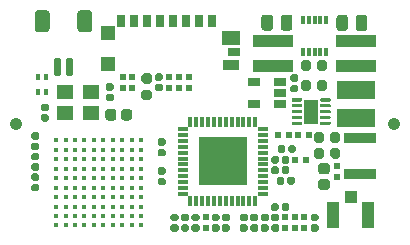
<source format=gbr>
%TF.GenerationSoftware,KiCad,Pcbnew,(5.1.6)-1*%
%TF.CreationDate,2020-08-10T23:20:37-07:00*%
%TF.ProjectId,Wire-Free-DAQ,57697265-2d46-4726-9565-2d4441512e6b,rev?*%
%TF.SameCoordinates,Original*%
%TF.FileFunction,Soldermask,Top*%
%TF.FilePolarity,Negative*%
%FSLAX46Y46*%
G04 Gerber Fmt 4.6, Leading zero omitted, Abs format (unit mm)*
G04 Created by KiCad (PCBNEW (5.1.6)-1) date 2020-08-10 23:20:37*
%MOMM*%
%LPD*%
G01*
G04 APERTURE LIST*
%ADD10C,1.050800*%
%ADD11R,4.150800X4.150800*%
%ADD12R,0.830800X0.310800*%
%ADD13R,0.310800X0.830800*%
%ADD14R,1.110800X0.700800*%
%ADD15C,0.420800*%
%ADD16R,0.310800X0.710800*%
%ADD17R,0.450800X0.550800*%
%ADD18R,1.100800X2.250800*%
%ADD19R,1.050800X1.100800*%
%ADD20R,1.450800X1.250800*%
%ADD21R,1.250800X2.050800*%
%ADD22R,0.610800X0.540800*%
%ADD23R,0.540800X0.610800*%
%ADD24R,3.450800X1.050800*%
%ADD25R,2.670800X0.920800*%
%ADD26R,3.180800X1.520800*%
%ADD27R,1.450800X0.950800*%
%ADD28R,1.050800X0.750800*%
%ADD29R,1.500800X1.250800*%
%ADD30R,0.750800X1.050800*%
%ADD31R,1.200800X1.250800*%
G04 APERTURE END LIST*
D10*
%TO.C,H2*%
X119000000Y-54000000D03*
%TD*%
%TO.C,H1*%
X151000000Y-54000000D03*
%TD*%
D11*
%TO.C,U1*%
X136506600Y-57209700D03*
D12*
X139891600Y-54459700D03*
X139891600Y-54959700D03*
X139891600Y-55459700D03*
X139891600Y-55959700D03*
X139891600Y-56459700D03*
X139891600Y-56959700D03*
X139891600Y-57459700D03*
X139891600Y-57959700D03*
X139891600Y-58459700D03*
X139891600Y-58959700D03*
X139891600Y-59459700D03*
X139891600Y-59959700D03*
D13*
X139256600Y-60594700D03*
X138756600Y-60594700D03*
X138256600Y-60594700D03*
X137756600Y-60594700D03*
X137256600Y-60594700D03*
X136756600Y-60594700D03*
X136256600Y-60594700D03*
X135756600Y-60594700D03*
X135256600Y-60594700D03*
X134756600Y-60594700D03*
X134256600Y-60594700D03*
X133756600Y-60594700D03*
D12*
X133121600Y-59959700D03*
X133121600Y-59459700D03*
X133121600Y-58959700D03*
X133121600Y-58459700D03*
X133121600Y-57959700D03*
X133121600Y-57459700D03*
X133121600Y-56959700D03*
X133121600Y-56459700D03*
X133121600Y-55959700D03*
X133121600Y-55459700D03*
X133121600Y-54959700D03*
X133121600Y-54459700D03*
D13*
X133756600Y-53824700D03*
X134256600Y-53824700D03*
X134756600Y-53824700D03*
X135256600Y-53824700D03*
X135756600Y-53824700D03*
X136256600Y-53824700D03*
X136756600Y-53824700D03*
X137256600Y-53824700D03*
X137756600Y-53824700D03*
X138256600Y-53824700D03*
X138756600Y-53824700D03*
X139256600Y-53824700D03*
%TD*%
%TO.C,J1*%
G36*
G01*
X121848000Y-44670782D02*
X121848000Y-46000418D01*
G75*
G02*
X121587418Y-46261000I-260582J0D01*
G01*
X120857782Y-46261000D01*
G75*
G02*
X120597200Y-46000418I0J260582D01*
G01*
X120597200Y-44670782D01*
G75*
G02*
X120857782Y-44410200I260582J0D01*
G01*
X121587418Y-44410200D01*
G75*
G02*
X121848000Y-44670782I0J-260582D01*
G01*
G37*
G36*
G01*
X125448000Y-44670782D02*
X125448000Y-46000418D01*
G75*
G02*
X125187418Y-46261000I-260582J0D01*
G01*
X124457782Y-46261000D01*
G75*
G02*
X124197200Y-46000418I0J260582D01*
G01*
X124197200Y-44670782D01*
G75*
G02*
X124457782Y-44410200I260582J0D01*
G01*
X125187418Y-44410200D01*
G75*
G02*
X125448000Y-44670782I0J-260582D01*
G01*
G37*
G36*
G01*
X122848000Y-48572900D02*
X122848000Y-49848300D01*
G75*
G02*
X122685300Y-50011000I-162700J0D01*
G01*
X122359900Y-50011000D01*
G75*
G02*
X122197200Y-49848300I0J162700D01*
G01*
X122197200Y-48572900D01*
G75*
G02*
X122359900Y-48410200I162700J0D01*
G01*
X122685300Y-48410200D01*
G75*
G02*
X122848000Y-48572900I0J-162700D01*
G01*
G37*
G36*
G01*
X123848000Y-48572900D02*
X123848000Y-49848300D01*
G75*
G02*
X123685300Y-50011000I-162700J0D01*
G01*
X123359900Y-50011000D01*
G75*
G02*
X123197200Y-49848300I0J162700D01*
G01*
X123197200Y-48572900D01*
G75*
G02*
X123359900Y-48410200I162700J0D01*
G01*
X123685300Y-48410200D01*
G75*
G02*
X123848000Y-48572900I0J-162700D01*
G01*
G37*
%TD*%
%TO.C,C62*%
G36*
G01*
X129813200Y-51117800D02*
X130303600Y-51117800D01*
G75*
G02*
X130518800Y-51333000I0J-215200D01*
G01*
X130518800Y-51763400D01*
G75*
G02*
X130303600Y-51978600I-215200J0D01*
G01*
X129813200Y-51978600D01*
G75*
G02*
X129598000Y-51763400I0J215200D01*
G01*
X129598000Y-51333000D01*
G75*
G02*
X129813200Y-51117800I215200J0D01*
G01*
G37*
G36*
G01*
X129813200Y-49757800D02*
X130303600Y-49757800D01*
G75*
G02*
X130518800Y-49973000I0J-215200D01*
G01*
X130518800Y-50403400D01*
G75*
G02*
X130303600Y-50618600I-215200J0D01*
G01*
X129813200Y-50618600D01*
G75*
G02*
X129598000Y-50403400I0J215200D01*
G01*
X129598000Y-49973000D01*
G75*
G02*
X129813200Y-49757800I215200J0D01*
G01*
G37*
%TD*%
D14*
%TO.C,U5*%
X139118400Y-52377000D03*
X139118400Y-50477000D03*
X141318400Y-50477000D03*
X141318400Y-51427000D03*
X141318400Y-52377000D03*
%TD*%
D15*
%TO.C,U4*%
X129594400Y-62621600D03*
X128794400Y-62621600D03*
X127994400Y-62621600D03*
X127194400Y-62621600D03*
X126394400Y-62621600D03*
X125594400Y-62621600D03*
X124794400Y-62621600D03*
X123994400Y-62621600D03*
X123194400Y-62621600D03*
X122394400Y-62621600D03*
X129594400Y-61821600D03*
X128794400Y-61821600D03*
X127994400Y-61821600D03*
X127194400Y-61821600D03*
X126394400Y-61821600D03*
X125594400Y-61821600D03*
X124794400Y-61821600D03*
X123994400Y-61821600D03*
X123194400Y-61821600D03*
X122394400Y-61821600D03*
X129594400Y-61021600D03*
X128794400Y-61021600D03*
X127994400Y-61021600D03*
X127194400Y-61021600D03*
X126394400Y-61021600D03*
X125594400Y-61021600D03*
X124794400Y-61021600D03*
X123994400Y-61021600D03*
X123194400Y-61021600D03*
X122394400Y-61021600D03*
X129594400Y-60221600D03*
X128794400Y-60221600D03*
X127994400Y-60221600D03*
X127194400Y-60221600D03*
X126394400Y-60221600D03*
X125594400Y-60221600D03*
X124794400Y-60221600D03*
X123994400Y-60221600D03*
X123194400Y-60221600D03*
X122394400Y-60221600D03*
X129594400Y-59421600D03*
X128794400Y-59421600D03*
X127994400Y-59421600D03*
X127194400Y-59421600D03*
X126394400Y-59421600D03*
X125594400Y-59421600D03*
X124794400Y-59421600D03*
X123994400Y-59421600D03*
X123194400Y-59421600D03*
X122394400Y-59421600D03*
X129594400Y-58621600D03*
X128794400Y-58621600D03*
X127994400Y-58621600D03*
X127194400Y-58621600D03*
X126394400Y-58621600D03*
X125594400Y-58621600D03*
X124794400Y-58621600D03*
X123994400Y-58621600D03*
X123194400Y-58621600D03*
X122394400Y-58621600D03*
X129594400Y-57821600D03*
X128794400Y-57821600D03*
X127994400Y-57821600D03*
X127194400Y-57821600D03*
X126394400Y-57821600D03*
X125594400Y-57821600D03*
X124794400Y-57821600D03*
X123994400Y-57821600D03*
X123194400Y-57821600D03*
X122394400Y-57821600D03*
X129594400Y-57021600D03*
X128794400Y-57021600D03*
X127994400Y-57021600D03*
X127194400Y-57021600D03*
X126394400Y-57021600D03*
X125594400Y-57021600D03*
X124794400Y-57021600D03*
X123994400Y-57021600D03*
X123194400Y-57021600D03*
X122394400Y-57021600D03*
X129594400Y-56221600D03*
X128794400Y-56221600D03*
X127994400Y-56221600D03*
X127194400Y-56221600D03*
X126394400Y-56221600D03*
X125594400Y-56221600D03*
X124794400Y-56221600D03*
X123994400Y-56221600D03*
X123194400Y-56221600D03*
X122394400Y-56221600D03*
X129594400Y-55421600D03*
X128794400Y-55421600D03*
X127994400Y-55421600D03*
X127194400Y-55421600D03*
X126394400Y-55421600D03*
X125594400Y-55421600D03*
X124794400Y-55421600D03*
X123994400Y-55421600D03*
X123194400Y-55421600D03*
X122394400Y-55421600D03*
%TD*%
D16*
%TO.C,U2*%
X145278500Y-47930000D03*
X144778500Y-47930000D03*
X144278500Y-47930000D03*
X143778500Y-47930000D03*
X143278500Y-47930000D03*
X143278500Y-45260000D03*
X143778500Y-45260000D03*
X144278500Y-45260000D03*
X144778500Y-45260000D03*
X145278500Y-45260000D03*
%TD*%
D17*
%TO.C,D1*%
X120843800Y-50015000D03*
X121543800Y-50015000D03*
X121543800Y-51315000D03*
X120843800Y-51315000D03*
%TD*%
D18*
%TO.C,J3*%
X148813000Y-61757200D03*
D19*
X147338000Y-60232200D03*
D18*
X145863000Y-61757200D03*
%TD*%
D20*
%TO.C,Y1*%
X123116400Y-51364400D03*
X125316400Y-51364400D03*
X125316400Y-53064400D03*
X123116400Y-53064400D03*
%TD*%
D21*
%TO.C,U3*%
X143983000Y-52984400D03*
G36*
G01*
X143208400Y-53909200D02*
X143208400Y-54059600D01*
G75*
G02*
X143133200Y-54134800I-75200J0D01*
G01*
X142407800Y-54134800D01*
G75*
G02*
X142332600Y-54059600I0J75200D01*
G01*
X142332600Y-53909200D01*
G75*
G02*
X142407800Y-53834000I75200J0D01*
G01*
X143133200Y-53834000D01*
G75*
G02*
X143208400Y-53909200I0J-75200D01*
G01*
G37*
G36*
G01*
X143208400Y-53409200D02*
X143208400Y-53559600D01*
G75*
G02*
X143133200Y-53634800I-75200J0D01*
G01*
X142407800Y-53634800D01*
G75*
G02*
X142332600Y-53559600I0J75200D01*
G01*
X142332600Y-53409200D01*
G75*
G02*
X142407800Y-53334000I75200J0D01*
G01*
X143133200Y-53334000D01*
G75*
G02*
X143208400Y-53409200I0J-75200D01*
G01*
G37*
G36*
G01*
X143208400Y-52909200D02*
X143208400Y-53059600D01*
G75*
G02*
X143133200Y-53134800I-75200J0D01*
G01*
X142407800Y-53134800D01*
G75*
G02*
X142332600Y-53059600I0J75200D01*
G01*
X142332600Y-52909200D01*
G75*
G02*
X142407800Y-52834000I75200J0D01*
G01*
X143133200Y-52834000D01*
G75*
G02*
X143208400Y-52909200I0J-75200D01*
G01*
G37*
G36*
G01*
X143208400Y-52409200D02*
X143208400Y-52559600D01*
G75*
G02*
X143133200Y-52634800I-75200J0D01*
G01*
X142407800Y-52634800D01*
G75*
G02*
X142332600Y-52559600I0J75200D01*
G01*
X142332600Y-52409200D01*
G75*
G02*
X142407800Y-52334000I75200J0D01*
G01*
X143133200Y-52334000D01*
G75*
G02*
X143208400Y-52409200I0J-75200D01*
G01*
G37*
G36*
G01*
X143208400Y-51909200D02*
X143208400Y-52059600D01*
G75*
G02*
X143133200Y-52134800I-75200J0D01*
G01*
X142407800Y-52134800D01*
G75*
G02*
X142332600Y-52059600I0J75200D01*
G01*
X142332600Y-51909200D01*
G75*
G02*
X142407800Y-51834000I75200J0D01*
G01*
X143133200Y-51834000D01*
G75*
G02*
X143208400Y-51909200I0J-75200D01*
G01*
G37*
G36*
G01*
X145633400Y-51909200D02*
X145633400Y-52059600D01*
G75*
G02*
X145558200Y-52134800I-75200J0D01*
G01*
X144832800Y-52134800D01*
G75*
G02*
X144757600Y-52059600I0J75200D01*
G01*
X144757600Y-51909200D01*
G75*
G02*
X144832800Y-51834000I75200J0D01*
G01*
X145558200Y-51834000D01*
G75*
G02*
X145633400Y-51909200I0J-75200D01*
G01*
G37*
G36*
G01*
X145633400Y-52409200D02*
X145633400Y-52559600D01*
G75*
G02*
X145558200Y-52634800I-75200J0D01*
G01*
X144832800Y-52634800D01*
G75*
G02*
X144757600Y-52559600I0J75200D01*
G01*
X144757600Y-52409200D01*
G75*
G02*
X144832800Y-52334000I75200J0D01*
G01*
X145558200Y-52334000D01*
G75*
G02*
X145633400Y-52409200I0J-75200D01*
G01*
G37*
G36*
G01*
X145633400Y-52909200D02*
X145633400Y-53059600D01*
G75*
G02*
X145558200Y-53134800I-75200J0D01*
G01*
X144832800Y-53134800D01*
G75*
G02*
X144757600Y-53059600I0J75200D01*
G01*
X144757600Y-52909200D01*
G75*
G02*
X144832800Y-52834000I75200J0D01*
G01*
X145558200Y-52834000D01*
G75*
G02*
X145633400Y-52909200I0J-75200D01*
G01*
G37*
G36*
G01*
X145633400Y-53409200D02*
X145633400Y-53559600D01*
G75*
G02*
X145558200Y-53634800I-75200J0D01*
G01*
X144832800Y-53634800D01*
G75*
G02*
X144757600Y-53559600I0J75200D01*
G01*
X144757600Y-53409200D01*
G75*
G02*
X144832800Y-53334000I75200J0D01*
G01*
X145558200Y-53334000D01*
G75*
G02*
X145633400Y-53409200I0J-75200D01*
G01*
G37*
G36*
G01*
X145633400Y-53909200D02*
X145633400Y-54059600D01*
G75*
G02*
X145558200Y-54134800I-75200J0D01*
G01*
X144832800Y-54134800D01*
G75*
G02*
X144757600Y-54059600I0J75200D01*
G01*
X144757600Y-53909200D01*
G75*
G02*
X144832800Y-53834000I75200J0D01*
G01*
X145558200Y-53834000D01*
G75*
G02*
X145633400Y-53909200I0J-75200D01*
G01*
G37*
%TD*%
D22*
%TO.C,R26*%
X128851900Y-50070300D03*
X128851900Y-50980300D03*
%TD*%
%TO.C,R25*%
X128039100Y-50070300D03*
X128039100Y-50980300D03*
%TD*%
%TO.C,R24*%
X133614400Y-50057600D03*
X133614400Y-50967600D03*
%TD*%
%TO.C,R23*%
X132776200Y-50057600D03*
X132776200Y-50967600D03*
%TD*%
%TO.C,R22*%
X131938000Y-50057600D03*
X131938000Y-50967600D03*
%TD*%
D23*
%TO.C,R17*%
X142121200Y-55008400D03*
X141211200Y-55008400D03*
%TD*%
%TO.C,R16*%
X143772200Y-55008400D03*
X142862200Y-55008400D03*
%TD*%
D22*
%TO.C,R15*%
X146220400Y-58486000D03*
X146220400Y-57576000D03*
%TD*%
%TO.C,R12*%
X141793200Y-62854800D03*
X141793200Y-61944800D03*
%TD*%
%TO.C,R9*%
X143418800Y-62854800D03*
X143418800Y-61944800D03*
%TD*%
%TO.C,R8*%
X142606000Y-61944800D03*
X142606000Y-62854800D03*
%TD*%
D23*
%TO.C,R5*%
X142633600Y-57065800D03*
X143543600Y-57065800D03*
%TD*%
D22*
%TO.C,R4*%
X135062200Y-61942600D03*
X135062200Y-62852600D03*
%TD*%
%TO.C,L10*%
G36*
G01*
X127501600Y-53005600D02*
X127501600Y-53506000D01*
G75*
G02*
X127266400Y-53741200I-235200J0D01*
G01*
X126796000Y-53741200D01*
G75*
G02*
X126560800Y-53506000I0J235200D01*
G01*
X126560800Y-53005600D01*
G75*
G02*
X126796000Y-52770400I235200J0D01*
G01*
X127266400Y-52770400D01*
G75*
G02*
X127501600Y-53005600I0J-235200D01*
G01*
G37*
G36*
G01*
X128831600Y-53005600D02*
X128831600Y-53506000D01*
G75*
G02*
X128596400Y-53741200I-235200J0D01*
G01*
X128126000Y-53741200D01*
G75*
G02*
X127890800Y-53506000I0J235200D01*
G01*
X127890800Y-53005600D01*
G75*
G02*
X128126000Y-52770400I235200J0D01*
G01*
X128596400Y-52770400D01*
G75*
G02*
X128831600Y-53005600I0J-235200D01*
G01*
G37*
%TD*%
D24*
%TO.C,L8*%
X147820600Y-47024200D03*
X147820600Y-49124200D03*
%TD*%
%TO.C,L7*%
X140759400Y-46998800D03*
X140759400Y-49098800D03*
%TD*%
D25*
%TO.C,L6*%
X148148400Y-55251600D03*
X148148400Y-58301600D03*
%TD*%
D26*
%TO.C,L5*%
X147820600Y-53546800D03*
X147820600Y-51186800D03*
%TD*%
%TO.C,L4*%
G36*
G01*
X145327600Y-58293600D02*
X144827200Y-58293600D01*
G75*
G02*
X144592000Y-58058400I0J235200D01*
G01*
X144592000Y-57588000D01*
G75*
G02*
X144827200Y-57352800I235200J0D01*
G01*
X145327600Y-57352800D01*
G75*
G02*
X145562800Y-57588000I0J-235200D01*
G01*
X145562800Y-58058400D01*
G75*
G02*
X145327600Y-58293600I-235200J0D01*
G01*
G37*
G36*
G01*
X145327600Y-59623600D02*
X144827200Y-59623600D01*
G75*
G02*
X144592000Y-59388400I0J235200D01*
G01*
X144592000Y-58918000D01*
G75*
G02*
X144827200Y-58682800I235200J0D01*
G01*
X145327600Y-58682800D01*
G75*
G02*
X145562800Y-58918000I0J-235200D01*
G01*
X145562800Y-59388400D01*
G75*
G02*
X145327600Y-59623600I-235200J0D01*
G01*
G37*
%TD*%
D27*
%TO.C,J8*%
X137242400Y-49070200D03*
D28*
X137442400Y-47920200D03*
D29*
X137217400Y-46770200D03*
D30*
X135592400Y-45280200D03*
X134492400Y-45280200D03*
X128992400Y-45280200D03*
X130092400Y-45280200D03*
X133392400Y-45280200D03*
X132292400Y-45280200D03*
X131192400Y-45280200D03*
X127892400Y-45280200D03*
D31*
X126817400Y-46330200D03*
X126817400Y-48920200D03*
%TD*%
%TO.C,C54*%
G36*
G01*
X120817700Y-55373600D02*
X120452300Y-55373600D01*
G75*
G02*
X120294600Y-55215900I0J157700D01*
G01*
X120294600Y-54900500D01*
G75*
G02*
X120452300Y-54742800I157700J0D01*
G01*
X120817700Y-54742800D01*
G75*
G02*
X120975400Y-54900500I0J-157700D01*
G01*
X120975400Y-55215900D01*
G75*
G02*
X120817700Y-55373600I-157700J0D01*
G01*
G37*
G36*
G01*
X120817700Y-56263600D02*
X120452300Y-56263600D01*
G75*
G02*
X120294600Y-56105900I0J157700D01*
G01*
X120294600Y-55790500D01*
G75*
G02*
X120452300Y-55632800I157700J0D01*
G01*
X120817700Y-55632800D01*
G75*
G02*
X120975400Y-55790500I0J-157700D01*
G01*
X120975400Y-56105900D01*
G75*
G02*
X120817700Y-56263600I-157700J0D01*
G01*
G37*
%TD*%
%TO.C,C53*%
G36*
G01*
X130917100Y-50642200D02*
X131282500Y-50642200D01*
G75*
G02*
X131440200Y-50799900I0J-157700D01*
G01*
X131440200Y-51115300D01*
G75*
G02*
X131282500Y-51273000I-157700J0D01*
G01*
X130917100Y-51273000D01*
G75*
G02*
X130759400Y-51115300I0J157700D01*
G01*
X130759400Y-50799900D01*
G75*
G02*
X130917100Y-50642200I157700J0D01*
G01*
G37*
G36*
G01*
X130917100Y-49752200D02*
X131282500Y-49752200D01*
G75*
G02*
X131440200Y-49909900I0J-157700D01*
G01*
X131440200Y-50225300D01*
G75*
G02*
X131282500Y-50383000I-157700J0D01*
G01*
X130917100Y-50383000D01*
G75*
G02*
X130759400Y-50225300I0J157700D01*
G01*
X130759400Y-49909900D01*
G75*
G02*
X130917100Y-49752200I157700J0D01*
G01*
G37*
%TD*%
%TO.C,C47*%
G36*
G01*
X120452300Y-57373200D02*
X120817700Y-57373200D01*
G75*
G02*
X120975400Y-57530900I0J-157700D01*
G01*
X120975400Y-57846300D01*
G75*
G02*
X120817700Y-58004000I-157700J0D01*
G01*
X120452300Y-58004000D01*
G75*
G02*
X120294600Y-57846300I0J157700D01*
G01*
X120294600Y-57530900D01*
G75*
G02*
X120452300Y-57373200I157700J0D01*
G01*
G37*
G36*
G01*
X120452300Y-56483200D02*
X120817700Y-56483200D01*
G75*
G02*
X120975400Y-56640900I0J-157700D01*
G01*
X120975400Y-56956300D01*
G75*
G02*
X120817700Y-57114000I-157700J0D01*
G01*
X120452300Y-57114000D01*
G75*
G02*
X120294600Y-56956300I0J157700D01*
G01*
X120294600Y-56640900D01*
G75*
G02*
X120452300Y-56483200I157700J0D01*
G01*
G37*
%TD*%
%TO.C,C45*%
G36*
G01*
X120817700Y-58854400D02*
X120452300Y-58854400D01*
G75*
G02*
X120294600Y-58696700I0J157700D01*
G01*
X120294600Y-58381300D01*
G75*
G02*
X120452300Y-58223600I157700J0D01*
G01*
X120817700Y-58223600D01*
G75*
G02*
X120975400Y-58381300I0J-157700D01*
G01*
X120975400Y-58696700D01*
G75*
G02*
X120817700Y-58854400I-157700J0D01*
G01*
G37*
G36*
G01*
X120817700Y-59744400D02*
X120452300Y-59744400D01*
G75*
G02*
X120294600Y-59586700I0J157700D01*
G01*
X120294600Y-59271300D01*
G75*
G02*
X120452300Y-59113600I157700J0D01*
G01*
X120817700Y-59113600D01*
G75*
G02*
X120975400Y-59271300I0J-157700D01*
G01*
X120975400Y-59586700D01*
G75*
G02*
X120817700Y-59744400I-157700J0D01*
G01*
G37*
%TD*%
%TO.C,C44*%
G36*
G01*
X127116900Y-51221200D02*
X126751500Y-51221200D01*
G75*
G02*
X126593800Y-51063500I0J157700D01*
G01*
X126593800Y-50748100D01*
G75*
G02*
X126751500Y-50590400I157700J0D01*
G01*
X127116900Y-50590400D01*
G75*
G02*
X127274600Y-50748100I0J-157700D01*
G01*
X127274600Y-51063500D01*
G75*
G02*
X127116900Y-51221200I-157700J0D01*
G01*
G37*
G36*
G01*
X127116900Y-52111200D02*
X126751500Y-52111200D01*
G75*
G02*
X126593800Y-51953500I0J157700D01*
G01*
X126593800Y-51638100D01*
G75*
G02*
X126751500Y-51480400I157700J0D01*
G01*
X127116900Y-51480400D01*
G75*
G02*
X127274600Y-51638100I0J-157700D01*
G01*
X127274600Y-51953500D01*
G75*
G02*
X127116900Y-52111200I-157700J0D01*
G01*
G37*
%TD*%
%TO.C,C43*%
G36*
G01*
X121265100Y-53207600D02*
X121630500Y-53207600D01*
G75*
G02*
X121788200Y-53365300I0J-157700D01*
G01*
X121788200Y-53680700D01*
G75*
G02*
X121630500Y-53838400I-157700J0D01*
G01*
X121265100Y-53838400D01*
G75*
G02*
X121107400Y-53680700I0J157700D01*
G01*
X121107400Y-53365300D01*
G75*
G02*
X121265100Y-53207600I157700J0D01*
G01*
G37*
G36*
G01*
X121265100Y-52317600D02*
X121630500Y-52317600D01*
G75*
G02*
X121788200Y-52475300I0J-157700D01*
G01*
X121788200Y-52790700D01*
G75*
G02*
X121630500Y-52948400I-157700J0D01*
G01*
X121265100Y-52948400D01*
G75*
G02*
X121107400Y-52790700I0J157700D01*
G01*
X121107400Y-52475300D01*
G75*
G02*
X121265100Y-52317600I157700J0D01*
G01*
G37*
%TD*%
%TO.C,C42*%
G36*
G01*
X145105000Y-56269800D02*
X145105000Y-56760200D01*
G75*
G02*
X144889800Y-56975400I-215200J0D01*
G01*
X144459400Y-56975400D01*
G75*
G02*
X144244200Y-56760200I0J215200D01*
G01*
X144244200Y-56269800D01*
G75*
G02*
X144459400Y-56054600I215200J0D01*
G01*
X144889800Y-56054600D01*
G75*
G02*
X145105000Y-56269800I0J-215200D01*
G01*
G37*
G36*
G01*
X146465000Y-56269800D02*
X146465000Y-56760200D01*
G75*
G02*
X146249800Y-56975400I-215200J0D01*
G01*
X145819400Y-56975400D01*
G75*
G02*
X145604200Y-56760200I0J215200D01*
G01*
X145604200Y-56269800D01*
G75*
G02*
X145819400Y-56054600I215200J0D01*
G01*
X146249800Y-56054600D01*
G75*
G02*
X146465000Y-56269800I0J-215200D01*
G01*
G37*
%TD*%
%TO.C,C40*%
G36*
G01*
X145105000Y-54949000D02*
X145105000Y-55439400D01*
G75*
G02*
X144889800Y-55654600I-215200J0D01*
G01*
X144459400Y-55654600D01*
G75*
G02*
X144244200Y-55439400I0J215200D01*
G01*
X144244200Y-54949000D01*
G75*
G02*
X144459400Y-54733800I215200J0D01*
G01*
X144889800Y-54733800D01*
G75*
G02*
X145105000Y-54949000I0J-215200D01*
G01*
G37*
G36*
G01*
X146465000Y-54949000D02*
X146465000Y-55439400D01*
G75*
G02*
X146249800Y-55654600I-215200J0D01*
G01*
X145819400Y-55654600D01*
G75*
G02*
X145604200Y-55439400I0J215200D01*
G01*
X145604200Y-54949000D01*
G75*
G02*
X145819400Y-54733800I215200J0D01*
G01*
X146249800Y-54733800D01*
G75*
G02*
X146465000Y-54949000I0J-215200D01*
G01*
G37*
%TD*%
%TO.C,C39*%
G36*
G01*
X147769200Y-45923600D02*
X147769200Y-45043200D01*
G75*
G02*
X148014400Y-44798000I245200J0D01*
G01*
X148504800Y-44798000D01*
G75*
G02*
X148750000Y-45043200I0J-245200D01*
G01*
X148750000Y-45923600D01*
G75*
G02*
X148504800Y-46168800I-245200J0D01*
G01*
X148014400Y-46168800D01*
G75*
G02*
X147769200Y-45923600I0J245200D01*
G01*
G37*
G36*
G01*
X146129200Y-45923600D02*
X146129200Y-45043200D01*
G75*
G02*
X146374400Y-44798000I245200J0D01*
G01*
X146864800Y-44798000D01*
G75*
G02*
X147110000Y-45043200I0J-245200D01*
G01*
X147110000Y-45923600D01*
G75*
G02*
X146864800Y-46168800I-245200J0D01*
G01*
X146374400Y-46168800D01*
G75*
G02*
X146129200Y-45923600I0J245200D01*
G01*
G37*
%TD*%
%TO.C,C38*%
G36*
G01*
X140760000Y-45017800D02*
X140760000Y-45898200D01*
G75*
G02*
X140514800Y-46143400I-245200J0D01*
G01*
X140024400Y-46143400D01*
G75*
G02*
X139779200Y-45898200I0J245200D01*
G01*
X139779200Y-45017800D01*
G75*
G02*
X140024400Y-44772600I245200J0D01*
G01*
X140514800Y-44772600D01*
G75*
G02*
X140760000Y-45017800I0J-245200D01*
G01*
G37*
G36*
G01*
X142400000Y-45017800D02*
X142400000Y-45898200D01*
G75*
G02*
X142154800Y-46143400I-245200J0D01*
G01*
X141664400Y-46143400D01*
G75*
G02*
X141419200Y-45898200I0J245200D01*
G01*
X141419200Y-45017800D01*
G75*
G02*
X141664400Y-44772600I245200J0D01*
G01*
X142154800Y-44772600D01*
G75*
G02*
X142400000Y-45017800I0J-245200D01*
G01*
G37*
%TD*%
%TO.C,C36*%
G36*
G01*
X142752900Y-50467200D02*
X142387500Y-50467200D01*
G75*
G02*
X142229800Y-50309500I0J157700D01*
G01*
X142229800Y-49994100D01*
G75*
G02*
X142387500Y-49836400I157700J0D01*
G01*
X142752900Y-49836400D01*
G75*
G02*
X142910600Y-49994100I0J-157700D01*
G01*
X142910600Y-50309500D01*
G75*
G02*
X142752900Y-50467200I-157700J0D01*
G01*
G37*
G36*
G01*
X142752900Y-51357200D02*
X142387500Y-51357200D01*
G75*
G02*
X142229800Y-51199500I0J157700D01*
G01*
X142229800Y-50884100D01*
G75*
G02*
X142387500Y-50726400I157700J0D01*
G01*
X142752900Y-50726400D01*
G75*
G02*
X142910600Y-50884100I0J-157700D01*
G01*
X142910600Y-51199500D01*
G75*
G02*
X142752900Y-51357200I-157700J0D01*
G01*
G37*
%TD*%
%TO.C,C35*%
G36*
G01*
X144007400Y-48845000D02*
X144007400Y-49335400D01*
G75*
G02*
X143792200Y-49550600I-215200J0D01*
G01*
X143361800Y-49550600D01*
G75*
G02*
X143146600Y-49335400I0J215200D01*
G01*
X143146600Y-48845000D01*
G75*
G02*
X143361800Y-48629800I215200J0D01*
G01*
X143792200Y-48629800D01*
G75*
G02*
X144007400Y-48845000I0J-215200D01*
G01*
G37*
G36*
G01*
X145367400Y-48845000D02*
X145367400Y-49335400D01*
G75*
G02*
X145152200Y-49550600I-215200J0D01*
G01*
X144721800Y-49550600D01*
G75*
G02*
X144506600Y-49335400I0J215200D01*
G01*
X144506600Y-48845000D01*
G75*
G02*
X144721800Y-48629800I215200J0D01*
G01*
X145152200Y-48629800D01*
G75*
G02*
X145367400Y-48845000I0J-215200D01*
G01*
G37*
%TD*%
%TO.C,C34*%
G36*
G01*
X143982000Y-50521400D02*
X143982000Y-51011800D01*
G75*
G02*
X143766800Y-51227000I-215200J0D01*
G01*
X143336400Y-51227000D01*
G75*
G02*
X143121200Y-51011800I0J215200D01*
G01*
X143121200Y-50521400D01*
G75*
G02*
X143336400Y-50306200I215200J0D01*
G01*
X143766800Y-50306200D01*
G75*
G02*
X143982000Y-50521400I0J-215200D01*
G01*
G37*
G36*
G01*
X145342000Y-50521400D02*
X145342000Y-51011800D01*
G75*
G02*
X145126800Y-51227000I-215200J0D01*
G01*
X144696400Y-51227000D01*
G75*
G02*
X144481200Y-51011800I0J215200D01*
G01*
X144481200Y-50521400D01*
G75*
G02*
X144696400Y-50306200I215200J0D01*
G01*
X145126800Y-50306200D01*
G75*
G02*
X145342000Y-50521400I0J-215200D01*
G01*
G37*
%TD*%
%TO.C,C30*%
G36*
G01*
X132603300Y-62270200D02*
X132237900Y-62270200D01*
G75*
G02*
X132080200Y-62112500I0J157700D01*
G01*
X132080200Y-61797100D01*
G75*
G02*
X132237900Y-61639400I157700J0D01*
G01*
X132603300Y-61639400D01*
G75*
G02*
X132761000Y-61797100I0J-157700D01*
G01*
X132761000Y-62112500D01*
G75*
G02*
X132603300Y-62270200I-157700J0D01*
G01*
G37*
G36*
G01*
X132603300Y-63160200D02*
X132237900Y-63160200D01*
G75*
G02*
X132080200Y-63002500I0J157700D01*
G01*
X132080200Y-62687100D01*
G75*
G02*
X132237900Y-62529400I157700J0D01*
G01*
X132603300Y-62529400D01*
G75*
G02*
X132761000Y-62687100I0J-157700D01*
G01*
X132761000Y-63002500D01*
G75*
G02*
X132603300Y-63160200I-157700J0D01*
G01*
G37*
%TD*%
%TO.C,C27*%
G36*
G01*
X140248700Y-62270200D02*
X139883300Y-62270200D01*
G75*
G02*
X139725600Y-62112500I0J157700D01*
G01*
X139725600Y-61797100D01*
G75*
G02*
X139883300Y-61639400I157700J0D01*
G01*
X140248700Y-61639400D01*
G75*
G02*
X140406400Y-61797100I0J-157700D01*
G01*
X140406400Y-62112500D01*
G75*
G02*
X140248700Y-62270200I-157700J0D01*
G01*
G37*
G36*
G01*
X140248700Y-63160200D02*
X139883300Y-63160200D01*
G75*
G02*
X139725600Y-63002500I0J157700D01*
G01*
X139725600Y-62687100D01*
G75*
G02*
X139883300Y-62529400I157700J0D01*
G01*
X140248700Y-62529400D01*
G75*
G02*
X140406400Y-62687100I0J-157700D01*
G01*
X140406400Y-63002500D01*
G75*
G02*
X140248700Y-63160200I-157700J0D01*
G01*
G37*
%TD*%
%TO.C,C23*%
G36*
G01*
X133492300Y-62270200D02*
X133126900Y-62270200D01*
G75*
G02*
X132969200Y-62112500I0J157700D01*
G01*
X132969200Y-61797100D01*
G75*
G02*
X133126900Y-61639400I157700J0D01*
G01*
X133492300Y-61639400D01*
G75*
G02*
X133650000Y-61797100I0J-157700D01*
G01*
X133650000Y-62112500D01*
G75*
G02*
X133492300Y-62270200I-157700J0D01*
G01*
G37*
G36*
G01*
X133492300Y-63160200D02*
X133126900Y-63160200D01*
G75*
G02*
X132969200Y-63002500I0J157700D01*
G01*
X132969200Y-62687100D01*
G75*
G02*
X133126900Y-62529400I157700J0D01*
G01*
X133492300Y-62529400D01*
G75*
G02*
X133650000Y-62687100I0J-157700D01*
G01*
X133650000Y-63002500D01*
G75*
G02*
X133492300Y-63160200I-157700J0D01*
G01*
G37*
%TD*%
%TO.C,C20*%
G36*
G01*
X139359700Y-62270200D02*
X138994300Y-62270200D01*
G75*
G02*
X138836600Y-62112500I0J157700D01*
G01*
X138836600Y-61797100D01*
G75*
G02*
X138994300Y-61639400I157700J0D01*
G01*
X139359700Y-61639400D01*
G75*
G02*
X139517400Y-61797100I0J-157700D01*
G01*
X139517400Y-62112500D01*
G75*
G02*
X139359700Y-62270200I-157700J0D01*
G01*
G37*
G36*
G01*
X139359700Y-63160200D02*
X138994300Y-63160200D01*
G75*
G02*
X138836600Y-63002500I0J157700D01*
G01*
X138836600Y-62687100D01*
G75*
G02*
X138994300Y-62529400I157700J0D01*
G01*
X139359700Y-62529400D01*
G75*
G02*
X139517400Y-62687100I0J-157700D01*
G01*
X139517400Y-63002500D01*
G75*
G02*
X139359700Y-63160200I-157700J0D01*
G01*
G37*
%TD*%
%TO.C,C15*%
G36*
G01*
X131511100Y-58333200D02*
X131145700Y-58333200D01*
G75*
G02*
X130988000Y-58175500I0J157700D01*
G01*
X130988000Y-57860100D01*
G75*
G02*
X131145700Y-57702400I157700J0D01*
G01*
X131511100Y-57702400D01*
G75*
G02*
X131668800Y-57860100I0J-157700D01*
G01*
X131668800Y-58175500D01*
G75*
G02*
X131511100Y-58333200I-157700J0D01*
G01*
G37*
G36*
G01*
X131511100Y-59223200D02*
X131145700Y-59223200D01*
G75*
G02*
X130988000Y-59065500I0J157700D01*
G01*
X130988000Y-58750100D01*
G75*
G02*
X131145700Y-58592400I157700J0D01*
G01*
X131511100Y-58592400D01*
G75*
G02*
X131668800Y-58750100I0J-157700D01*
G01*
X131668800Y-59065500D01*
G75*
G02*
X131511100Y-59223200I-157700J0D01*
G01*
G37*
%TD*%
%TO.C,C13*%
G36*
G01*
X138470700Y-62270200D02*
X138105300Y-62270200D01*
G75*
G02*
X137947600Y-62112500I0J157700D01*
G01*
X137947600Y-61797100D01*
G75*
G02*
X138105300Y-61639400I157700J0D01*
G01*
X138470700Y-61639400D01*
G75*
G02*
X138628400Y-61797100I0J-157700D01*
G01*
X138628400Y-62112500D01*
G75*
G02*
X138470700Y-62270200I-157700J0D01*
G01*
G37*
G36*
G01*
X138470700Y-63160200D02*
X138105300Y-63160200D01*
G75*
G02*
X137947600Y-63002500I0J157700D01*
G01*
X137947600Y-62687100D01*
G75*
G02*
X138105300Y-62529400I157700J0D01*
G01*
X138470700Y-62529400D01*
G75*
G02*
X138628400Y-62687100I0J-157700D01*
G01*
X138628400Y-63002500D01*
G75*
G02*
X138470700Y-63160200I-157700J0D01*
G01*
G37*
%TD*%
%TO.C,C12*%
G36*
G01*
X141137700Y-62270200D02*
X140772300Y-62270200D01*
G75*
G02*
X140614600Y-62112500I0J157700D01*
G01*
X140614600Y-61797100D01*
G75*
G02*
X140772300Y-61639400I157700J0D01*
G01*
X141137700Y-61639400D01*
G75*
G02*
X141295400Y-61797100I0J-157700D01*
G01*
X141295400Y-62112500D01*
G75*
G02*
X141137700Y-62270200I-157700J0D01*
G01*
G37*
G36*
G01*
X141137700Y-63160200D02*
X140772300Y-63160200D01*
G75*
G02*
X140614600Y-63002500I0J157700D01*
G01*
X140614600Y-62687100D01*
G75*
G02*
X140772300Y-62529400I157700J0D01*
G01*
X141137700Y-62529400D01*
G75*
G02*
X141295400Y-62687100I0J-157700D01*
G01*
X141295400Y-63002500D01*
G75*
G02*
X141137700Y-63160200I-157700J0D01*
G01*
G37*
%TD*%
%TO.C,C11*%
G36*
G01*
X131145700Y-56154000D02*
X131511100Y-56154000D01*
G75*
G02*
X131668800Y-56311700I0J-157700D01*
G01*
X131668800Y-56627100D01*
G75*
G02*
X131511100Y-56784800I-157700J0D01*
G01*
X131145700Y-56784800D01*
G75*
G02*
X130988000Y-56627100I0J157700D01*
G01*
X130988000Y-56311700D01*
G75*
G02*
X131145700Y-56154000I157700J0D01*
G01*
G37*
G36*
G01*
X131145700Y-55264000D02*
X131511100Y-55264000D01*
G75*
G02*
X131668800Y-55421700I0J-157700D01*
G01*
X131668800Y-55737100D01*
G75*
G02*
X131511100Y-55894800I-157700J0D01*
G01*
X131145700Y-55894800D01*
G75*
G02*
X130988000Y-55737100I0J157700D01*
G01*
X130988000Y-55421700D01*
G75*
G02*
X131145700Y-55264000I157700J0D01*
G01*
G37*
%TD*%
%TO.C,C10*%
G36*
G01*
X136946700Y-62270200D02*
X136581300Y-62270200D01*
G75*
G02*
X136423600Y-62112500I0J157700D01*
G01*
X136423600Y-61797100D01*
G75*
G02*
X136581300Y-61639400I157700J0D01*
G01*
X136946700Y-61639400D01*
G75*
G02*
X137104400Y-61797100I0J-157700D01*
G01*
X137104400Y-62112500D01*
G75*
G02*
X136946700Y-62270200I-157700J0D01*
G01*
G37*
G36*
G01*
X136946700Y-63160200D02*
X136581300Y-63160200D01*
G75*
G02*
X136423600Y-63002500I0J157700D01*
G01*
X136423600Y-62687100D01*
G75*
G02*
X136581300Y-62529400I157700J0D01*
G01*
X136946700Y-62529400D01*
G75*
G02*
X137104400Y-62687100I0J-157700D01*
G01*
X137104400Y-63002500D01*
G75*
G02*
X136946700Y-63160200I-157700J0D01*
G01*
G37*
%TD*%
%TO.C,C9*%
G36*
G01*
X141231800Y-60896300D02*
X141231800Y-61261700D01*
G75*
G02*
X141074100Y-61419400I-157700J0D01*
G01*
X140758700Y-61419400D01*
G75*
G02*
X140601000Y-61261700I0J157700D01*
G01*
X140601000Y-60896300D01*
G75*
G02*
X140758700Y-60738600I157700J0D01*
G01*
X141074100Y-60738600D01*
G75*
G02*
X141231800Y-60896300I0J-157700D01*
G01*
G37*
G36*
G01*
X142121800Y-60896300D02*
X142121800Y-61261700D01*
G75*
G02*
X141964100Y-61419400I-157700J0D01*
G01*
X141648700Y-61419400D01*
G75*
G02*
X141491000Y-61261700I0J157700D01*
G01*
X141491000Y-60896300D01*
G75*
G02*
X141648700Y-60738600I157700J0D01*
G01*
X141964100Y-60738600D01*
G75*
G02*
X142121800Y-60896300I0J-157700D01*
G01*
G37*
%TD*%
%TO.C,C8*%
G36*
G01*
X134381300Y-62270200D02*
X134015900Y-62270200D01*
G75*
G02*
X133858200Y-62112500I0J157700D01*
G01*
X133858200Y-61797100D01*
G75*
G02*
X134015900Y-61639400I157700J0D01*
G01*
X134381300Y-61639400D01*
G75*
G02*
X134539000Y-61797100I0J-157700D01*
G01*
X134539000Y-62112500D01*
G75*
G02*
X134381300Y-62270200I-157700J0D01*
G01*
G37*
G36*
G01*
X134381300Y-63160200D02*
X134015900Y-63160200D01*
G75*
G02*
X133858200Y-63002500I0J157700D01*
G01*
X133858200Y-62687100D01*
G75*
G02*
X134015900Y-62529400I157700J0D01*
G01*
X134381300Y-62529400D01*
G75*
G02*
X134539000Y-62687100I0J-157700D01*
G01*
X134539000Y-63002500D01*
G75*
G02*
X134381300Y-63160200I-157700J0D01*
G01*
G37*
%TD*%
%TO.C,C7*%
G36*
G01*
X141714400Y-58661100D02*
X141714400Y-59026500D01*
G75*
G02*
X141556700Y-59184200I-157700J0D01*
G01*
X141241300Y-59184200D01*
G75*
G02*
X141083600Y-59026500I0J157700D01*
G01*
X141083600Y-58661100D01*
G75*
G02*
X141241300Y-58503400I157700J0D01*
G01*
X141556700Y-58503400D01*
G75*
G02*
X141714400Y-58661100I0J-157700D01*
G01*
G37*
G36*
G01*
X142604400Y-58661100D02*
X142604400Y-59026500D01*
G75*
G02*
X142446700Y-59184200I-157700J0D01*
G01*
X142131300Y-59184200D01*
G75*
G02*
X141973600Y-59026500I0J157700D01*
G01*
X141973600Y-58661100D01*
G75*
G02*
X142131300Y-58503400I157700J0D01*
G01*
X142446700Y-58503400D01*
G75*
G02*
X142604400Y-58661100I0J-157700D01*
G01*
G37*
%TD*%
%TO.C,C6*%
G36*
G01*
X141790600Y-55968700D02*
X141790600Y-56334100D01*
G75*
G02*
X141632900Y-56491800I-157700J0D01*
G01*
X141317500Y-56491800D01*
G75*
G02*
X141159800Y-56334100I0J157700D01*
G01*
X141159800Y-55968700D01*
G75*
G02*
X141317500Y-55811000I157700J0D01*
G01*
X141632900Y-55811000D01*
G75*
G02*
X141790600Y-55968700I0J-157700D01*
G01*
G37*
G36*
G01*
X142680600Y-55968700D02*
X142680600Y-56334100D01*
G75*
G02*
X142522900Y-56491800I-157700J0D01*
G01*
X142207500Y-56491800D01*
G75*
G02*
X142049800Y-56334100I0J157700D01*
G01*
X142049800Y-55968700D01*
G75*
G02*
X142207500Y-55811000I157700J0D01*
G01*
X142522900Y-55811000D01*
G75*
G02*
X142680600Y-55968700I0J-157700D01*
G01*
G37*
%TD*%
%TO.C,C4*%
G36*
G01*
X144465100Y-62270200D02*
X144099700Y-62270200D01*
G75*
G02*
X143942000Y-62112500I0J157700D01*
G01*
X143942000Y-61797100D01*
G75*
G02*
X144099700Y-61639400I157700J0D01*
G01*
X144465100Y-61639400D01*
G75*
G02*
X144622800Y-61797100I0J-157700D01*
G01*
X144622800Y-62112500D01*
G75*
G02*
X144465100Y-62270200I-157700J0D01*
G01*
G37*
G36*
G01*
X144465100Y-63160200D02*
X144099700Y-63160200D01*
G75*
G02*
X143942000Y-63002500I0J157700D01*
G01*
X143942000Y-62687100D01*
G75*
G02*
X144099700Y-62529400I157700J0D01*
G01*
X144465100Y-62529400D01*
G75*
G02*
X144622800Y-62687100I0J-157700D01*
G01*
X144622800Y-63002500D01*
G75*
G02*
X144465100Y-63160200I-157700J0D01*
G01*
G37*
%TD*%
%TO.C,C3*%
G36*
G01*
X141516400Y-57248500D02*
X141516400Y-56883100D01*
G75*
G02*
X141674100Y-56725400I157700J0D01*
G01*
X141989500Y-56725400D01*
G75*
G02*
X142147200Y-56883100I0J-157700D01*
G01*
X142147200Y-57248500D01*
G75*
G02*
X141989500Y-57406200I-157700J0D01*
G01*
X141674100Y-57406200D01*
G75*
G02*
X141516400Y-57248500I0J157700D01*
G01*
G37*
G36*
G01*
X140626400Y-57248500D02*
X140626400Y-56883100D01*
G75*
G02*
X140784100Y-56725400I157700J0D01*
G01*
X141099500Y-56725400D01*
G75*
G02*
X141257200Y-56883100I0J-157700D01*
G01*
X141257200Y-57248500D01*
G75*
G02*
X141099500Y-57406200I-157700J0D01*
G01*
X140784100Y-57406200D01*
G75*
G02*
X140626400Y-57248500I0J157700D01*
G01*
G37*
%TD*%
%TO.C,C2*%
G36*
G01*
X141508780Y-58137500D02*
X141508780Y-57772100D01*
G75*
G02*
X141666480Y-57614400I157700J0D01*
G01*
X141981880Y-57614400D01*
G75*
G02*
X142139580Y-57772100I0J-157700D01*
G01*
X142139580Y-58137500D01*
G75*
G02*
X141981880Y-58295200I-157700J0D01*
G01*
X141666480Y-58295200D01*
G75*
G02*
X141508780Y-58137500I0J157700D01*
G01*
G37*
G36*
G01*
X140618780Y-58137500D02*
X140618780Y-57772100D01*
G75*
G02*
X140776480Y-57614400I157700J0D01*
G01*
X141091880Y-57614400D01*
G75*
G02*
X141249580Y-57772100I0J-157700D01*
G01*
X141249580Y-58137500D01*
G75*
G02*
X141091880Y-58295200I-157700J0D01*
G01*
X140776480Y-58295200D01*
G75*
G02*
X140618780Y-58137500I0J157700D01*
G01*
G37*
%TD*%
%TO.C,C1*%
G36*
G01*
X136083100Y-62270200D02*
X135717700Y-62270200D01*
G75*
G02*
X135560000Y-62112500I0J157700D01*
G01*
X135560000Y-61797100D01*
G75*
G02*
X135717700Y-61639400I157700J0D01*
G01*
X136083100Y-61639400D01*
G75*
G02*
X136240800Y-61797100I0J-157700D01*
G01*
X136240800Y-62112500D01*
G75*
G02*
X136083100Y-62270200I-157700J0D01*
G01*
G37*
G36*
G01*
X136083100Y-63160200D02*
X135717700Y-63160200D01*
G75*
G02*
X135560000Y-63002500I0J157700D01*
G01*
X135560000Y-62687100D01*
G75*
G02*
X135717700Y-62529400I157700J0D01*
G01*
X136083100Y-62529400D01*
G75*
G02*
X136240800Y-62687100I0J-157700D01*
G01*
X136240800Y-63002500D01*
G75*
G02*
X136083100Y-63160200I-157700J0D01*
G01*
G37*
%TD*%
M02*

</source>
